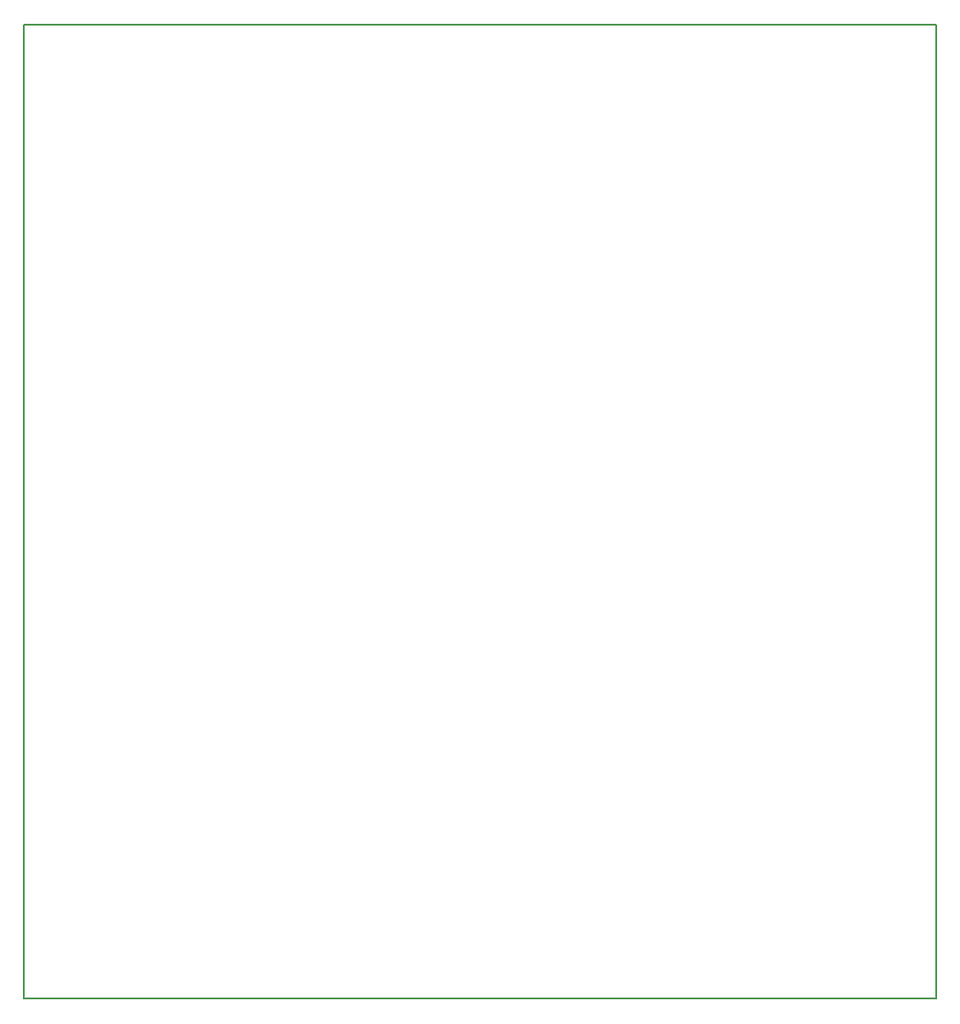
<source format=gko>
%FSLAX42Y42*%
%MOMM*%
G71*
G01*
G75*
%ADD10R,1.50X1.30*%
%ADD11R,1.50X1.50*%
%ADD12R,2.15X0.40*%
%ADD13R,2.15X0.40*%
%ADD14R,0.40X2.15*%
%ADD15R,0.40X2.15*%
%ADD16R,1.30X1.50*%
%ADD17R,0.30X1.55*%
%ADD18R,1.55X0.30*%
%ADD19R,0.76X2.03*%
%ADD20R,2.03X0.76*%
%ADD21R,0.85X1.60*%
%ADD22R,1.80X1.60*%
%ADD23R,0.60X2.20*%
%ADD24O,1.60X1.40*%
%ADD25R,1.60X1.40*%
%ADD26R,0.60X2.20*%
%ADD27C,0.20*%
%ADD28C,0.30*%
%ADD29C,1.20*%
%ADD30C,0.23*%
%ADD31C,6.35*%
%ADD32C,1.50*%
%ADD33C,1.57*%
%ADD34R,1.57X1.57*%
%ADD35C,1.00*%
%ADD36C,1.25*%
%ADD37R,0.80X2.55*%
%ADD38R,2.55X0.80*%
%ADD39R,1.60X1.80*%
%ADD40O,1.80X2.00*%
%ADD41R,1.80X2.00*%
%ADD42R,0.95X0.90*%
%ADD43R,1.00X1.70*%
%ADD44R,3.40X1.70*%
%ADD45R,2.20X0.60*%
%ADD46R,3.40X1.90*%
%ADD47C,1.00*%
%ADD48C,0.20*%
%ADD49C,0.25*%
%ADD50C,0.25*%
%ADD51C,0.25*%
%ADD52C,0.15*%
%ADD53C,0.23*%
%ADD54R,0.40X0.50*%
%ADD55R,0.40X0.50*%
%ADD56R,19.05X5.08*%
%ADD57C,0.10*%
%ADD58R,0.50X0.40*%
%ADD59R,0.50X0.40*%
%ADD60R,1.70X1.50*%
%ADD61R,1.70X1.70*%
%ADD62R,2.35X0.60*%
%ADD63R,2.35X0.60*%
%ADD64R,0.60X2.35*%
%ADD65R,0.60X2.35*%
%ADD66R,1.50X1.70*%
%ADD67R,0.50X1.75*%
%ADD68R,1.75X0.50*%
%ADD69R,0.97X2.24*%
%ADD70R,2.24X0.97*%
%ADD71R,1.05X1.80*%
%ADD72R,2.00X1.80*%
%ADD73R,0.80X2.40*%
%ADD74O,1.80X1.60*%
%ADD75R,1.80X1.60*%
%ADD76R,0.80X2.40*%
%ADD77C,6.55*%
%ADD78C,1.70*%
%ADD79C,1.78*%
%ADD80R,1.78X1.78*%
%ADD81C,1.20*%
%ADD82C,1.45*%
%ADD83R,1.00X2.75*%
%ADD84R,2.75X1.00*%
%ADD85R,1.80X2.00*%
%ADD86O,2.00X2.20*%
%ADD87R,2.00X2.20*%
%ADD88R,1.15X1.10*%
%ADD89R,1.20X1.90*%
%ADD90R,3.60X1.90*%
%ADD91R,2.40X0.80*%
%ADD92R,3.60X2.10*%
%ADD93C,1.02*%
%ADD94C,4.19*%
%ADD95C,1.92*%
%AMTHD96*
7,0,0,2.42,1.92,0.25,45*
%
%ADD96THD96*%
%ADD97C,1.96*%
%AMTHD98*
7,0,0,2.46,1.96,0.25,45*
%
%ADD98THD98*%
%ADD99C,1.52*%
%AMTHD100*
7,0,0,2.02,1.52,0.25,45*
%
%ADD100THD100*%
%ADD101C,2.02*%
%AMTHD102*
7,0,0,4.70,4.19,0.25,45*
%
%ADD102THD102*%
D48*
X10287Y24714D02*
X19050D01*
X10287Y15367D02*
X19050D01*
X10287D02*
Y24714D01*
X19050Y15367D02*
Y24714D01*
M02*

</source>
